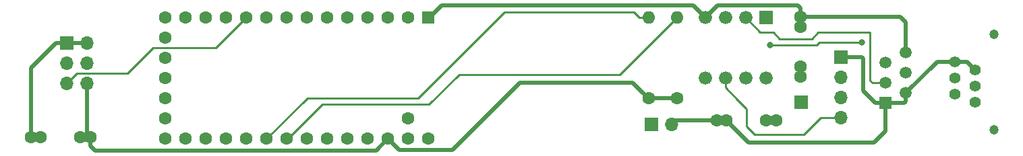
<source format=gbr>
G04 #@! TF.GenerationSoftware,KiCad,Pcbnew,(5.1.5)-3*
G04 #@! TF.CreationDate,2020-07-14T16:47:23+02:00*
G04 #@! TF.ProjectId,DNMS,444e4d53-2e6b-4696-9361-645f70636258,0.9.0*
G04 #@! TF.SameCoordinates,Original*
G04 #@! TF.FileFunction,Copper,L2,Bot*
G04 #@! TF.FilePolarity,Positive*
%FSLAX46Y46*%
G04 Gerber Fmt 4.6, Leading zero omitted, Abs format (unit mm)*
G04 Created by KiCad (PCBNEW (5.1.5)-3) date 2020-07-14 16:47:23*
%MOMM*%
%LPD*%
G04 APERTURE LIST*
%ADD10C,1.400000*%
%ADD11C,1.200000*%
%ADD12R,1.520000X1.520000*%
%ADD13C,1.520000*%
%ADD14R,1.700000X1.700000*%
%ADD15C,1.600000*%
%ADD16R,1.600000X1.600000*%
%ADD17O,1.700000X1.700000*%
%ADD18R,1.676400X1.676400*%
%ADD19C,1.676400*%
%ADD20O,1.600000X1.600000*%
%ADD21C,0.800000*%
%ADD22C,0.500000*%
%ADD23C,0.250000*%
G04 APERTURE END LIST*
D10*
X178362480Y-82362200D03*
X180902480Y-83382200D03*
X178362480Y-84402200D03*
X180902480Y-85422200D03*
X178362480Y-86442200D03*
X180902480Y-87462200D03*
D11*
X183202480Y-90912200D03*
X183202480Y-78912200D03*
D12*
X169636440Y-87568560D03*
D13*
X172176440Y-86298560D03*
X169636440Y-85028560D03*
X172176440Y-83758560D03*
X169636440Y-82488560D03*
X172176440Y-81218560D03*
D14*
X159029400Y-87477600D03*
D15*
X154662200Y-89770200D03*
X149662200Y-89770200D03*
X148412200Y-89770200D03*
X155912200Y-89770200D03*
X158927800Y-77960400D03*
X158927800Y-82960400D03*
X158927800Y-84210400D03*
X158927800Y-76710400D03*
X63549200Y-91827400D03*
X68549200Y-91827400D03*
X69799200Y-91827400D03*
X62299200Y-91827400D03*
D16*
X112242600Y-76809600D03*
D15*
X109702600Y-76809600D03*
X107162600Y-76809600D03*
X104622600Y-76809600D03*
X102082600Y-76809600D03*
X99542600Y-76809600D03*
X97002600Y-76809600D03*
X94462600Y-76809600D03*
X91922600Y-76809600D03*
X89382600Y-76809600D03*
X86842600Y-76809600D03*
X84302600Y-76809600D03*
X81762600Y-76809600D03*
X109702600Y-89509600D03*
X112242600Y-92049600D03*
X109702600Y-92049600D03*
X107162600Y-92049600D03*
X104622600Y-92049600D03*
X102082600Y-92049600D03*
X99542600Y-92049600D03*
X97002600Y-92049600D03*
X94462600Y-92049600D03*
X91922600Y-92049600D03*
X89382600Y-92049600D03*
X86842600Y-92049600D03*
X84302600Y-92049600D03*
X81762600Y-92049600D03*
X79222600Y-76809600D03*
X79222600Y-79349600D03*
X79222600Y-81889600D03*
X79222600Y-92049600D03*
X79222600Y-89509600D03*
X79222600Y-86969600D03*
X79222600Y-84429600D03*
D17*
X69342000Y-85090000D03*
X66802000Y-85090000D03*
X69342000Y-82550000D03*
X66802000Y-82550000D03*
X69342000Y-80010000D03*
D14*
X66802000Y-80010000D03*
D17*
X164014400Y-89363800D03*
X164014400Y-86823800D03*
X164014400Y-84283800D03*
D14*
X164014400Y-81743800D03*
D17*
X142773400Y-90244800D03*
D14*
X140233400Y-90244800D03*
D18*
X154586000Y-76808000D03*
D19*
X152046000Y-76808000D03*
X149506000Y-76808000D03*
X146966000Y-76808000D03*
X146966000Y-84428000D03*
X149506000Y-84428000D03*
X152046000Y-84428000D03*
X154586000Y-84428000D03*
D20*
X139854000Y-76808000D03*
D15*
X139854000Y-86968000D03*
D20*
X143410000Y-76808000D03*
D15*
X143410000Y-86968000D03*
D21*
X155168600Y-80264000D03*
X166651560Y-79918560D03*
D22*
X112402620Y-76808000D02*
X113926620Y-75284000D01*
X145442000Y-75284000D02*
X146966000Y-76808000D01*
X113926620Y-75284000D02*
X145442000Y-75284000D01*
X66802000Y-80010000D02*
X69342000Y-80010000D01*
X65452000Y-80010000D02*
X66802000Y-80010000D01*
X62299200Y-83162800D02*
X65452000Y-80010000D01*
X62299200Y-92227400D02*
X63549200Y-92227400D01*
X155912200Y-89770200D02*
X154662200Y-89770200D01*
X148499190Y-75274810D02*
X146966000Y-76808000D01*
X158927800Y-75579030D02*
X158623580Y-75274810D01*
X158623580Y-75274810D02*
X148499190Y-75274810D01*
X158927800Y-76710400D02*
X158927800Y-75579030D01*
X158927800Y-76710400D02*
X158927800Y-77960400D01*
X62299200Y-84962380D02*
X62299200Y-91827400D01*
X62299200Y-83162800D02*
X62299200Y-84962380D01*
X172176440Y-77383640D02*
X172176440Y-81218560D01*
X158927800Y-76710400D02*
X171503200Y-76710400D01*
X171503200Y-76710400D02*
X172176440Y-77383640D01*
X139854000Y-86968000D02*
X143410000Y-86968000D01*
X68549200Y-92227400D02*
X69799200Y-92227400D01*
X107162600Y-92049600D02*
X107162600Y-92067380D01*
X107162600Y-92067380D02*
X107154980Y-92075000D01*
X108585000Y-93472000D02*
X107162600Y-92049600D01*
X115216000Y-93472000D02*
X108585000Y-93472000D01*
X139854000Y-86968000D02*
X139054001Y-86168001D01*
X139054001Y-86168001D02*
X139054001Y-86145801D01*
X137896600Y-84988400D02*
X123699600Y-84988400D01*
X139054001Y-86145801D02*
X137896600Y-84988400D01*
X123699600Y-84988400D02*
X115216000Y-93472000D01*
X105713200Y-93499000D02*
X107162600Y-92049600D01*
X69799200Y-92958770D02*
X70339430Y-93499000D01*
X70339430Y-93499000D02*
X105713200Y-93499000D01*
X69799200Y-91827400D02*
X69799200Y-92958770D01*
X69342000Y-91370200D02*
X69799200Y-91827400D01*
X69342000Y-85090000D02*
X69342000Y-91370200D01*
X171981242Y-87568560D02*
X169636440Y-87568560D01*
X172176440Y-86298560D02*
X172176440Y-87373362D01*
X172176440Y-87373362D02*
X171981242Y-87568560D01*
X168376440Y-87568560D02*
X166824660Y-86016780D01*
X169636440Y-87568560D02*
X168376440Y-87568560D01*
X166824660Y-86016780D02*
X166824660Y-81927700D01*
X166640760Y-81743800D02*
X164014400Y-81743800D01*
X166824660Y-81927700D02*
X166640760Y-81743800D01*
X169636440Y-87568560D02*
X169636440Y-91102180D01*
X169636440Y-91102180D02*
X168175940Y-92562680D01*
X152454680Y-92562680D02*
X149662200Y-89770200D01*
X168175940Y-92562680D02*
X152454680Y-92562680D01*
X143248000Y-89770200D02*
X142773400Y-90244800D01*
X148412200Y-89770200D02*
X143248000Y-89770200D01*
X172176440Y-86298560D02*
X176128200Y-82346800D01*
X176143600Y-82362200D02*
X178362480Y-82362200D01*
X176128200Y-82346800D02*
X176143600Y-82362200D01*
X179882480Y-82362200D02*
X180902480Y-83382200D01*
X178362480Y-82362200D02*
X179882480Y-82362200D01*
D23*
X161302700Y-79918560D02*
X166651560Y-79918560D01*
X155168600Y-80264000D02*
X160957260Y-80264000D01*
X160957260Y-80264000D02*
X161302700Y-79918560D01*
X153901800Y-78663800D02*
X152046000Y-76808000D01*
X167690800Y-84709000D02*
X167690800Y-78663800D01*
X169636440Y-85028560D02*
X168010360Y-85028560D01*
X168010360Y-85028560D02*
X167690800Y-84709000D01*
X167690800Y-78663800D02*
X161129980Y-78663800D01*
X161129980Y-78663800D02*
X160342580Y-79451200D01*
X160342580Y-79451200D02*
X156326840Y-79451200D01*
X155539440Y-78663800D02*
X153901800Y-78663800D01*
X156326840Y-79451200D02*
X155539440Y-78663800D01*
X97067700Y-86904500D02*
X91922600Y-92049600D01*
X110961500Y-86904500D02*
X97067700Y-86904500D01*
X149506000Y-84428000D02*
X149506000Y-85613393D01*
X149506000Y-85613393D02*
X151053800Y-87161193D01*
X151053800Y-87161193D02*
X151067593Y-87161193D01*
X138722630Y-76808000D02*
X138013030Y-76098400D01*
X139854000Y-76808000D02*
X138722630Y-76808000D01*
X121742200Y-76098400D02*
X120726200Y-77114400D01*
X138013030Y-76098400D02*
X121742200Y-76098400D01*
X121058000Y-76808000D02*
X120726200Y-77114400D01*
X120726200Y-77114400D02*
X110961500Y-86904500D01*
X152171400Y-88278793D02*
X151053800Y-87161193D01*
X152171400Y-90497660D02*
X152171400Y-88278793D01*
X161519620Y-89363800D02*
X159364680Y-91518740D01*
X153162000Y-91518740D02*
X153162000Y-91488260D01*
X159364680Y-91518740D02*
X153162000Y-91518740D01*
X164014400Y-89363800D02*
X161519620Y-89363800D01*
X153162000Y-91488260D02*
X152171400Y-90497660D01*
X98933000Y-87737620D02*
X98933000Y-87731600D01*
X94622620Y-92048000D02*
X98933000Y-87737620D01*
X116078000Y-83972400D02*
X112312780Y-87737620D01*
X143410000Y-76808000D02*
X136245600Y-83972400D01*
X112312780Y-87737620D02*
X98933000Y-87737620D01*
X136245600Y-83972400D02*
X116078000Y-83972400D01*
X85572600Y-80619600D02*
X89382600Y-76809600D01*
X77647800Y-80619600D02*
X85572600Y-80619600D01*
X74472800Y-83794600D02*
X77647800Y-80619600D01*
X66802000Y-85090000D02*
X68097400Y-83794600D01*
X68097400Y-83794600D02*
X74472800Y-83794600D01*
M02*

</source>
